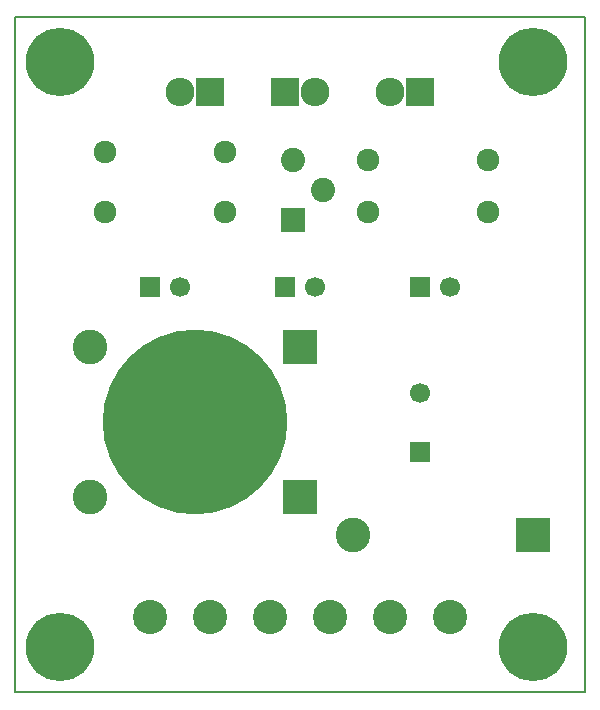
<source format=gbr>
G04 #@! TF.FileFunction,Soldermask,Bot*
%FSLAX46Y46*%
G04 Gerber Fmt 4.6, Leading zero omitted, Abs format (unit mm)*
G04 Created by KiCad (PCBNEW 4.0.5+dfsg1-4) date Mon Feb 24 09:36:29 2020*
%MOMM*%
%LPD*%
G01*
G04 APERTURE LIST*
%ADD10C,0.150000*%
%ADD11C,2.899360*%
%ADD12R,2.432000X2.432000*%
%ADD13O,2.432000X2.432000*%
%ADD14C,5.800000*%
%ADD15C,1.924000*%
%ADD16R,1.700000X1.700000*%
%ADD17C,1.700000*%
%ADD18C,2.051000*%
%ADD19R,2.051000X2.051000*%
%ADD20C,2.940000*%
%ADD21R,2.940000X2.940000*%
%ADD22C,15.640000*%
G04 APERTURE END LIST*
D10*
X118110000Y-68580000D02*
X160020000Y-68580000D01*
X118110000Y-125730000D02*
X118110000Y-68580000D01*
X158115000Y-125730000D02*
X118110000Y-125730000D01*
X166370000Y-125730000D02*
X158115000Y-125730000D01*
X166370000Y-68580000D02*
X166370000Y-125730000D01*
X160020000Y-68580000D02*
X166370000Y-68580000D01*
X165100000Y-125730000D02*
X166370000Y-125730000D01*
X158115000Y-125730000D02*
X165100000Y-125730000D01*
D11*
X149860000Y-119380000D03*
X144780000Y-119380000D03*
X154940000Y-119380000D03*
X139700000Y-119380000D03*
X134620000Y-119380000D03*
D12*
X152400000Y-74930000D03*
D13*
X149860000Y-74930000D03*
D12*
X140970000Y-74930000D03*
D13*
X143510000Y-74930000D03*
D14*
X121920000Y-121920000D03*
X161925000Y-121920000D03*
X161925000Y-72390000D03*
X121920000Y-72390000D03*
D12*
X134620000Y-74930000D03*
D13*
X132080000Y-74930000D03*
D15*
X147955000Y-80645000D03*
X158115000Y-80645000D03*
X125730000Y-80010000D03*
X135890000Y-80010000D03*
X125730000Y-85090000D03*
X135890000Y-85090000D03*
X147955000Y-85090000D03*
X158115000Y-85090000D03*
D16*
X129540000Y-91440000D03*
D17*
X132040000Y-91440000D03*
D16*
X152400000Y-91440000D03*
D17*
X154900000Y-91440000D03*
D18*
X141605000Y-80645000D03*
X144145000Y-83185000D03*
D19*
X141605000Y-85725000D03*
D16*
X152400000Y-105410000D03*
D17*
X152400000Y-100410000D03*
D20*
X146685000Y-112395000D03*
D21*
X161925000Y-112395000D03*
D16*
X140970000Y-91440000D03*
D17*
X143470000Y-91440000D03*
D22*
X133350000Y-102870000D03*
D20*
X124460000Y-96520000D03*
X124460000Y-109220000D03*
D21*
X142240000Y-96520000D03*
X142240000Y-109220000D03*
D11*
X129540000Y-119380000D03*
M02*

</source>
